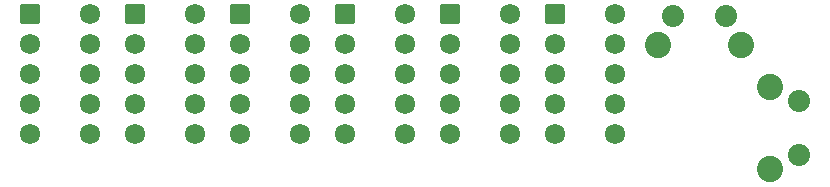
<source format=gts>
%TF.GenerationSoftware,KiCad,Pcbnew,6.0.10*%
%TF.CreationDate,2023-02-04T17:50:08-06:00*%
%TF.ProjectId,button-clicker,62757474-6f6e-42d6-936c-69636b65722e,rev?*%
%TF.SameCoordinates,Original*%
%TF.FileFunction,Soldermask,Top*%
%TF.FilePolarity,Negative*%
%FSLAX46Y46*%
G04 Gerber Fmt 4.6, Leading zero omitted, Abs format (unit mm)*
G04 Created by KiCad (PCBNEW 6.0.10) date 2023-02-04 17:50:08*
%MOMM*%
%LPD*%
G01*
G04 APERTURE LIST*
G04 Aperture macros list*
%AMRoundRect*
0 Rectangle with rounded corners*
0 $1 Rounding radius*
0 $2 $3 $4 $5 $6 $7 $8 $9 X,Y pos of 4 corners*
0 Add a 4 corners polygon primitive as box body*
4,1,4,$2,$3,$4,$5,$6,$7,$8,$9,$2,$3,0*
0 Add four circle primitives for the rounded corners*
1,1,$1+$1,$2,$3*
1,1,$1+$1,$4,$5*
1,1,$1+$1,$6,$7*
1,1,$1+$1,$8,$9*
0 Add four rect primitives between the rounded corners*
20,1,$1+$1,$2,$3,$4,$5,0*
20,1,$1+$1,$4,$5,$6,$7,0*
20,1,$1+$1,$6,$7,$8,$9,0*
20,1,$1+$1,$8,$9,$2,$3,0*%
G04 Aperture macros list end*
%ADD10RoundRect,0.060000X-0.800000X-0.800000X0.800000X-0.800000X0.800000X0.800000X-0.800000X0.800000X0*%
%ADD11C,1.720000*%
%ADD12C,2.220000*%
%ADD13C,1.870000*%
G04 APERTURE END LIST*
D10*
%TO.C,U12*%
X87630000Y-22860000D03*
D11*
X87630000Y-25400000D03*
X87630000Y-27940000D03*
X87630000Y-30480000D03*
X87630000Y-33020000D03*
X92710000Y-33020000D03*
X92710000Y-30480000D03*
X92710000Y-27940000D03*
X92710000Y-25400000D03*
X92710000Y-22860000D03*
%TD*%
D10*
%TO.C,U13*%
X78740000Y-22860000D03*
D11*
X78740000Y-25400000D03*
X78740000Y-27940000D03*
X78740000Y-30480000D03*
X78740000Y-33020000D03*
X83820000Y-33020000D03*
X83820000Y-30480000D03*
X83820000Y-27940000D03*
X83820000Y-25400000D03*
X83820000Y-22860000D03*
%TD*%
D10*
%TO.C,U14*%
X69850000Y-22860000D03*
D11*
X69850000Y-25400000D03*
X69850000Y-27940000D03*
X69850000Y-30480000D03*
X69850000Y-33020000D03*
X74930000Y-33020000D03*
X74930000Y-30480000D03*
X74930000Y-27940000D03*
X74930000Y-25400000D03*
X74930000Y-22860000D03*
%TD*%
D10*
%TO.C,U16*%
X52070000Y-22860000D03*
D11*
X52070000Y-25400000D03*
X52070000Y-27940000D03*
X52070000Y-30480000D03*
X52070000Y-33020000D03*
X57150000Y-33020000D03*
X57150000Y-30480000D03*
X57150000Y-27940000D03*
X57150000Y-25400000D03*
X57150000Y-22860000D03*
%TD*%
D12*
%TO.C,SW2*%
X112260000Y-25490000D03*
X105250000Y-25490000D03*
D13*
X106500000Y-23000000D03*
X111000000Y-23000000D03*
%TD*%
D12*
%TO.C,SW1*%
X114710000Y-35985000D03*
X114710000Y-28975000D03*
D13*
X117200000Y-30225000D03*
X117200000Y-34725000D03*
%TD*%
D10*
%TO.C,U11*%
X96520000Y-22860000D03*
D11*
X96520000Y-25400000D03*
X96520000Y-27940000D03*
X96520000Y-30480000D03*
X96520000Y-33020000D03*
X101600000Y-33020000D03*
X101600000Y-30480000D03*
X101600000Y-27940000D03*
X101600000Y-25400000D03*
X101600000Y-22860000D03*
%TD*%
D10*
%TO.C,U15*%
X60960000Y-22860000D03*
D11*
X60960000Y-25400000D03*
X60960000Y-27940000D03*
X60960000Y-30480000D03*
X60960000Y-33020000D03*
X66040000Y-33020000D03*
X66040000Y-30480000D03*
X66040000Y-27940000D03*
X66040000Y-25400000D03*
X66040000Y-22860000D03*
%TD*%
M02*

</source>
